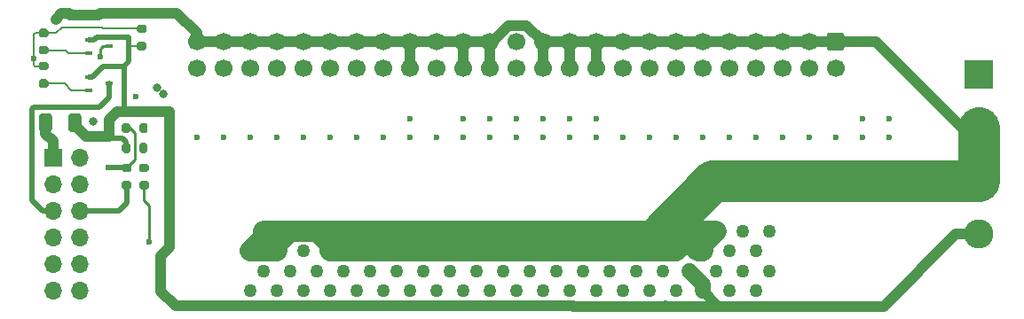
<source format=gbr>
%TF.GenerationSoftware,KiCad,Pcbnew,(5.1.7)-1*%
%TF.CreationDate,2021-02-10T19:53:02+00:00*%
%TF.ProjectId,SCSI to SCA MK5.1,53435349-2074-46f2-9053-4341204d4b35,rev?*%
%TF.SameCoordinates,Original*%
%TF.FileFunction,Copper,L4,Bot*%
%TF.FilePolarity,Positive*%
%FSLAX46Y46*%
G04 Gerber Fmt 4.6, Leading zero omitted, Abs format (unit mm)*
G04 Created by KiCad (PCBNEW (5.1.7)-1) date 2021-02-10 19:53:02*
%MOMM*%
%LPD*%
G01*
G04 APERTURE LIST*
%TA.AperFunction,SMDPad,CuDef*%
%ADD10R,0.700000X0.450000*%
%TD*%
%TA.AperFunction,ComponentPad*%
%ADD11O,1.700000X1.700000*%
%TD*%
%TA.AperFunction,ComponentPad*%
%ADD12R,1.700000X1.700000*%
%TD*%
%TA.AperFunction,ComponentPad*%
%ADD13C,1.700000*%
%TD*%
%TA.AperFunction,ComponentPad*%
%ADD14C,2.780000*%
%TD*%
%TA.AperFunction,ComponentPad*%
%ADD15R,2.780000X2.780000*%
%TD*%
%TA.AperFunction,ComponentPad*%
%ADD16C,1.270000*%
%TD*%
%TA.AperFunction,ViaPad*%
%ADD17C,0.800000*%
%TD*%
%TA.AperFunction,ViaPad*%
%ADD18C,0.600000*%
%TD*%
%TA.AperFunction,Conductor*%
%ADD19C,1.000000*%
%TD*%
%TA.AperFunction,Conductor*%
%ADD20C,2.000000*%
%TD*%
%TA.AperFunction,Conductor*%
%ADD21C,4.000000*%
%TD*%
%TA.AperFunction,Conductor*%
%ADD22C,0.250000*%
%TD*%
%TA.AperFunction,Conductor*%
%ADD23C,0.500000*%
%TD*%
%TA.AperFunction,Conductor*%
%ADD24C,1.500000*%
%TD*%
%TA.AperFunction,Conductor*%
%ADD25C,0.127000*%
%TD*%
G04 APERTURE END LIST*
D10*
%TO.P,Q2,3*%
%TO.N,/LED_T*%
X38036500Y-127825500D03*
%TO.P,Q2,2*%
%TO.N,+5V*%
X36036500Y-127175500D03*
%TO.P,Q2,1*%
%TO.N,Net-(Q2-Pad1)*%
X36036500Y-128475500D03*
%TD*%
%TO.P,Q1,3*%
%TO.N,Net-(D1-Pad2)*%
X38036500Y-124269500D03*
%TO.P,Q1,2*%
%TO.N,+5V*%
X36036500Y-123619500D03*
%TO.P,Q1,1*%
%TO.N,Net-(Q1-Pad1)*%
X36036500Y-124919500D03*
%TD*%
D11*
%TO.P,J2,12*%
%TO.N,GND*%
X35179000Y-147637500D03*
%TO.P,J2,11*%
%TO.N,/ID2*%
X32639000Y-147637500D03*
%TO.P,J2,10*%
%TO.N,GND*%
X35179000Y-145097500D03*
%TO.P,J2,9*%
%TO.N,/ID1*%
X32639000Y-145097500D03*
%TO.P,J2,8*%
%TO.N,GND*%
X35179000Y-142557500D03*
%TO.P,J2,7*%
%TO.N,/ID0*%
X32639000Y-142557500D03*
%TO.P,J2,6*%
%TO.N,Net-(J2-Pad6)*%
X35179000Y-140017500D03*
%TO.P,J2,5*%
%TO.N,/LED_T*%
X32639000Y-140017500D03*
%TO.P,J2,4*%
%TO.N,/TERMPWR_8BIT*%
X35179000Y-137477500D03*
%TO.P,J2,3*%
%TO.N,/TERMPWR_REG*%
X32639000Y-137477500D03*
%TO.P,J2,2*%
%TO.N,/TERMPWR*%
X35179000Y-134937500D03*
D12*
%TO.P,J2,1*%
%TO.N,Net-(F1-Pad2)*%
X32639000Y-134937500D03*
%TD*%
%TO.P,R34,2*%
%TO.N,+5V*%
%TA.AperFunction,SMDPad,CuDef*%
G36*
G01*
X40847600Y-123841560D02*
X41397600Y-123841560D01*
G75*
G02*
X41597600Y-124041560I0J-200000D01*
G01*
X41597600Y-124441560D01*
G75*
G02*
X41397600Y-124641560I-200000J0D01*
G01*
X40847600Y-124641560D01*
G75*
G02*
X40647600Y-124441560I0J200000D01*
G01*
X40647600Y-124041560D01*
G75*
G02*
X40847600Y-123841560I200000J0D01*
G01*
G37*
%TD.AperFunction*%
%TO.P,R34,1*%
%TO.N,/LED*%
%TA.AperFunction,SMDPad,CuDef*%
G36*
G01*
X40847600Y-122191560D02*
X41397600Y-122191560D01*
G75*
G02*
X41597600Y-122391560I0J-200000D01*
G01*
X41597600Y-122791560D01*
G75*
G02*
X41397600Y-122991560I-200000J0D01*
G01*
X40847600Y-122991560D01*
G75*
G02*
X40647600Y-122791560I0J200000D01*
G01*
X40647600Y-122391560D01*
G75*
G02*
X40847600Y-122191560I200000J0D01*
G01*
G37*
%TD.AperFunction*%
%TD*%
%TO.P,R33,2*%
%TO.N,Net-(D3-Pad2)*%
%TA.AperFunction,SMDPad,CuDef*%
G36*
G01*
X41613500Y-136290000D02*
X41063500Y-136290000D01*
G75*
G02*
X40863500Y-136090000I0J200000D01*
G01*
X40863500Y-135690000D01*
G75*
G02*
X41063500Y-135490000I200000J0D01*
G01*
X41613500Y-135490000D01*
G75*
G02*
X41813500Y-135690000I0J-200000D01*
G01*
X41813500Y-136090000D01*
G75*
G02*
X41613500Y-136290000I-200000J0D01*
G01*
G37*
%TD.AperFunction*%
%TO.P,R33,1*%
%TO.N,+12V*%
%TA.AperFunction,SMDPad,CuDef*%
G36*
G01*
X41613500Y-137940000D02*
X41063500Y-137940000D01*
G75*
G02*
X40863500Y-137740000I0J200000D01*
G01*
X40863500Y-137340000D01*
G75*
G02*
X41063500Y-137140000I200000J0D01*
G01*
X41613500Y-137140000D01*
G75*
G02*
X41813500Y-137340000I0J-200000D01*
G01*
X41813500Y-137740000D01*
G75*
G02*
X41613500Y-137940000I-200000J0D01*
G01*
G37*
%TD.AperFunction*%
%TD*%
%TO.P,R5,2*%
%TO.N,Net-(D2-Pad2)*%
%TA.AperFunction,SMDPad,CuDef*%
G36*
G01*
X40875000Y-134260000D02*
X40875000Y-133710000D01*
G75*
G02*
X41075000Y-133510000I200000J0D01*
G01*
X41475000Y-133510000D01*
G75*
G02*
X41675000Y-133710000I0J-200000D01*
G01*
X41675000Y-134260000D01*
G75*
G02*
X41475000Y-134460000I-200000J0D01*
G01*
X41075000Y-134460000D01*
G75*
G02*
X40875000Y-134260000I0J200000D01*
G01*
G37*
%TD.AperFunction*%
%TO.P,R5,1*%
%TO.N,+5V*%
%TA.AperFunction,SMDPad,CuDef*%
G36*
G01*
X39225000Y-134260000D02*
X39225000Y-133710000D01*
G75*
G02*
X39425000Y-133510000I200000J0D01*
G01*
X39825000Y-133510000D01*
G75*
G02*
X40025000Y-133710000I0J-200000D01*
G01*
X40025000Y-134260000D01*
G75*
G02*
X39825000Y-134460000I-200000J0D01*
G01*
X39425000Y-134460000D01*
G75*
G02*
X39225000Y-134260000I0J200000D01*
G01*
G37*
%TD.AperFunction*%
%TD*%
%TO.P,R4,2*%
%TO.N,Net-(D1-Pad1)*%
%TA.AperFunction,SMDPad,CuDef*%
G36*
G01*
X40875000Y-132355000D02*
X40875000Y-131805000D01*
G75*
G02*
X41075000Y-131605000I200000J0D01*
G01*
X41475000Y-131605000D01*
G75*
G02*
X41675000Y-131805000I0J-200000D01*
G01*
X41675000Y-132355000D01*
G75*
G02*
X41475000Y-132555000I-200000J0D01*
G01*
X41075000Y-132555000D01*
G75*
G02*
X40875000Y-132355000I0J200000D01*
G01*
G37*
%TD.AperFunction*%
%TO.P,R4,1*%
%TO.N,GND*%
%TA.AperFunction,SMDPad,CuDef*%
G36*
G01*
X39225000Y-132355000D02*
X39225000Y-131805000D01*
G75*
G02*
X39425000Y-131605000I200000J0D01*
G01*
X39825000Y-131605000D01*
G75*
G02*
X40025000Y-131805000I0J-200000D01*
G01*
X40025000Y-132355000D01*
G75*
G02*
X39825000Y-132555000I-200000J0D01*
G01*
X39425000Y-132555000D01*
G75*
G02*
X39225000Y-132355000I0J200000D01*
G01*
G37*
%TD.AperFunction*%
%TD*%
%TO.P,R3,2*%
%TO.N,/LED*%
%TA.AperFunction,SMDPad,CuDef*%
G36*
G01*
X32025000Y-123400500D02*
X31475000Y-123400500D01*
G75*
G02*
X31275000Y-123200500I0J200000D01*
G01*
X31275000Y-122800500D01*
G75*
G02*
X31475000Y-122600500I200000J0D01*
G01*
X32025000Y-122600500D01*
G75*
G02*
X32225000Y-122800500I0J-200000D01*
G01*
X32225000Y-123200500D01*
G75*
G02*
X32025000Y-123400500I-200000J0D01*
G01*
G37*
%TD.AperFunction*%
%TO.P,R3,1*%
%TO.N,Net-(Q1-Pad1)*%
%TA.AperFunction,SMDPad,CuDef*%
G36*
G01*
X32025000Y-125050500D02*
X31475000Y-125050500D01*
G75*
G02*
X31275000Y-124850500I0J200000D01*
G01*
X31275000Y-124450500D01*
G75*
G02*
X31475000Y-124250500I200000J0D01*
G01*
X32025000Y-124250500D01*
G75*
G02*
X32225000Y-124450500I0J-200000D01*
G01*
X32225000Y-124850500D01*
G75*
G02*
X32025000Y-125050500I-200000J0D01*
G01*
G37*
%TD.AperFunction*%
%TD*%
%TO.P,R2,2*%
%TO.N,/LED*%
%TA.AperFunction,SMDPad,CuDef*%
G36*
G01*
X32025000Y-126574500D02*
X31475000Y-126574500D01*
G75*
G02*
X31275000Y-126374500I0J200000D01*
G01*
X31275000Y-125974500D01*
G75*
G02*
X31475000Y-125774500I200000J0D01*
G01*
X32025000Y-125774500D01*
G75*
G02*
X32225000Y-125974500I0J-200000D01*
G01*
X32225000Y-126374500D01*
G75*
G02*
X32025000Y-126574500I-200000J0D01*
G01*
G37*
%TD.AperFunction*%
%TO.P,R2,1*%
%TO.N,Net-(Q2-Pad1)*%
%TA.AperFunction,SMDPad,CuDef*%
G36*
G01*
X32025000Y-128224500D02*
X31475000Y-128224500D01*
G75*
G02*
X31275000Y-128024500I0J200000D01*
G01*
X31275000Y-127624500D01*
G75*
G02*
X31475000Y-127424500I200000J0D01*
G01*
X32025000Y-127424500D01*
G75*
G02*
X32225000Y-127624500I0J-200000D01*
G01*
X32225000Y-128024500D01*
G75*
G02*
X32025000Y-128224500I-200000J0D01*
G01*
G37*
%TD.AperFunction*%
%TD*%
%TO.P,R1,2*%
%TO.N,GND*%
%TA.AperFunction,SMDPad,CuDef*%
G36*
G01*
X39962500Y-136291000D02*
X39412500Y-136291000D01*
G75*
G02*
X39212500Y-136091000I0J200000D01*
G01*
X39212500Y-135691000D01*
G75*
G02*
X39412500Y-135491000I200000J0D01*
G01*
X39962500Y-135491000D01*
G75*
G02*
X40162500Y-135691000I0J-200000D01*
G01*
X40162500Y-136091000D01*
G75*
G02*
X39962500Y-136291000I-200000J0D01*
G01*
G37*
%TD.AperFunction*%
%TO.P,R1,1*%
%TO.N,Net-(J2-Pad6)*%
%TA.AperFunction,SMDPad,CuDef*%
G36*
G01*
X39962500Y-137941000D02*
X39412500Y-137941000D01*
G75*
G02*
X39212500Y-137741000I0J200000D01*
G01*
X39212500Y-137341000D01*
G75*
G02*
X39412500Y-137141000I200000J0D01*
G01*
X39962500Y-137141000D01*
G75*
G02*
X40162500Y-137341000I0J-200000D01*
G01*
X40162500Y-137741000D01*
G75*
G02*
X39962500Y-137941000I-200000J0D01*
G01*
G37*
%TD.AperFunction*%
%TD*%
D13*
%TO.P,J4,50*%
%TO.N,/I-O*%
X46355000Y-126365000D03*
%TO.P,J4,48*%
%TO.N,/REQ*%
X48895000Y-126365000D03*
%TO.P,J4,46*%
%TO.N,/C-D*%
X51435000Y-126365000D03*
%TO.P,J4,44*%
%TO.N,/SEL*%
X53975000Y-126365000D03*
%TO.P,J4,42*%
%TO.N,/MSG*%
X56515000Y-126365000D03*
%TO.P,J4,40*%
%TO.N,/RST*%
X59055000Y-126365000D03*
%TO.P,J4,38*%
%TO.N,/ACK*%
X61595000Y-126365000D03*
%TO.P,J4,36*%
%TO.N,/BSY*%
X64135000Y-126365000D03*
%TO.P,J4,34*%
%TO.N,GND*%
X66675000Y-126365000D03*
%TO.P,J4,32*%
%TO.N,/ATN*%
X69215000Y-126365000D03*
%TO.P,J4,30*%
%TO.N,GND*%
X71755000Y-126365000D03*
%TO.P,J4,28*%
X74295000Y-126365000D03*
%TO.P,J4,26*%
%TO.N,Net-(J4-Pad26)*%
X76835000Y-126365000D03*
%TO.P,J4,24*%
%TO.N,GND*%
X79375000Y-126365000D03*
%TO.P,J4,22*%
X81915000Y-126365000D03*
%TO.P,J4,20*%
X84455000Y-126365000D03*
%TO.P,J4,18*%
%TO.N,/PARITY*%
X86995000Y-126365000D03*
%TO.P,J4,16*%
%TO.N,/DB7*%
X89535000Y-126365000D03*
%TO.P,J4,14*%
%TO.N,/DB6*%
X92075000Y-126365000D03*
%TO.P,J4,12*%
%TO.N,/DB5*%
X94615000Y-126365000D03*
%TO.P,J4,10*%
%TO.N,/DB4*%
X97155000Y-126365000D03*
%TO.P,J4,8*%
%TO.N,/DB3*%
X99695000Y-126365000D03*
%TO.P,J4,6*%
%TO.N,/DB2*%
X102235000Y-126365000D03*
%TO.P,J4,4*%
%TO.N,/DB1*%
X104775000Y-126365000D03*
%TO.P,J4,2*%
%TO.N,/DB0*%
X107315000Y-126365000D03*
%TO.P,J4,49*%
%TO.N,GND*%
X46355000Y-123825000D03*
%TO.P,J4,47*%
X48895000Y-123825000D03*
%TO.P,J4,45*%
X51435000Y-123825000D03*
%TO.P,J4,43*%
X53975000Y-123825000D03*
%TO.P,J4,41*%
X56515000Y-123825000D03*
%TO.P,J4,39*%
X59055000Y-123825000D03*
%TO.P,J4,37*%
X61595000Y-123825000D03*
%TO.P,J4,35*%
X64135000Y-123825000D03*
%TO.P,J4,33*%
X66675000Y-123825000D03*
%TO.P,J4,31*%
X69215000Y-123825000D03*
%TO.P,J4,29*%
X71755000Y-123825000D03*
%TO.P,J4,27*%
X74295000Y-123825000D03*
%TO.P,J4,25*%
%TO.N,Net-(J4-Pad25)*%
X76835000Y-123825000D03*
%TO.P,J4,23*%
%TO.N,GND*%
X79375000Y-123825000D03*
%TO.P,J4,21*%
X81915000Y-123825000D03*
%TO.P,J4,19*%
X84455000Y-123825000D03*
%TO.P,J4,17*%
X86995000Y-123825000D03*
%TO.P,J4,15*%
X89535000Y-123825000D03*
%TO.P,J4,13*%
X92075000Y-123825000D03*
%TO.P,J4,11*%
X94615000Y-123825000D03*
%TO.P,J4,9*%
X97155000Y-123825000D03*
%TO.P,J4,7*%
X99695000Y-123825000D03*
%TO.P,J4,5*%
X102235000Y-123825000D03*
%TO.P,J4,3*%
X104775000Y-123825000D03*
%TO.P,J4,1*%
%TA.AperFunction,ComponentPad*%
G36*
G01*
X106715000Y-122975000D02*
X107915000Y-122975000D01*
G75*
G02*
X108165000Y-123225000I0J-250000D01*
G01*
X108165000Y-124425000D01*
G75*
G02*
X107915000Y-124675000I-250000J0D01*
G01*
X106715000Y-124675000D01*
G75*
G02*
X106465000Y-124425000I0J250000D01*
G01*
X106465000Y-123225000D01*
G75*
G02*
X106715000Y-122975000I250000J0D01*
G01*
G37*
%TD.AperFunction*%
%TD*%
D14*
%TO.P,J3,4*%
%TO.N,+5V*%
X121000000Y-142240000D03*
%TO.P,J3,3*%
%TO.N,GND*%
X121000000Y-137160000D03*
%TO.P,J3,2*%
X121000000Y-132080000D03*
D15*
%TO.P,J3,1*%
%TO.N,+12V*%
X121000000Y-127000000D03*
%TD*%
%TO.P,F1,2*%
%TO.N,Net-(F1-Pad2)*%
%TA.AperFunction,SMDPad,CuDef*%
G36*
G01*
X32559500Y-130947000D02*
X32559500Y-132197000D01*
G75*
G02*
X32309500Y-132447000I-250000J0D01*
G01*
X31559500Y-132447000D01*
G75*
G02*
X31309500Y-132197000I0J250000D01*
G01*
X31309500Y-130947000D01*
G75*
G02*
X31559500Y-130697000I250000J0D01*
G01*
X32309500Y-130697000D01*
G75*
G02*
X32559500Y-130947000I0J-250000D01*
G01*
G37*
%TD.AperFunction*%
%TO.P,F1,1*%
%TO.N,+5V*%
%TA.AperFunction,SMDPad,CuDef*%
G36*
G01*
X35359500Y-130947000D02*
X35359500Y-132197000D01*
G75*
G02*
X35109500Y-132447000I-250000J0D01*
G01*
X34359500Y-132447000D01*
G75*
G02*
X34109500Y-132197000I0J250000D01*
G01*
X34109500Y-130947000D01*
G75*
G02*
X34359500Y-130697000I250000J0D01*
G01*
X35109500Y-130697000D01*
G75*
G02*
X35359500Y-130947000I0J-250000D01*
G01*
G37*
%TD.AperFunction*%
%TD*%
D16*
%TO.P,J1,41*%
%TO.N,GND*%
X51435000Y-143823000D03*
%TO.P,J1,42*%
X52705000Y-141913000D03*
%TO.P,J1,43*%
X53975000Y-143823000D03*
%TO.P,J1,44*%
X55245000Y-141913000D03*
%TO.P,J1,45*%
%TO.N,Net-(J1-Pad45)*%
X56515000Y-143823000D03*
%TO.P,J1,46*%
%TO.N,GND*%
X57785000Y-141913000D03*
%TO.P,J1,47*%
X59055000Y-143823000D03*
%TO.P,J1,48*%
X60325000Y-141913000D03*
%TO.P,J1,49*%
X61595000Y-143823000D03*
%TO.P,J1,50*%
X62865000Y-141913000D03*
%TO.P,J1,51*%
X64135000Y-143823000D03*
%TO.P,J1,52*%
X65405000Y-141913000D03*
%TO.P,J1,53*%
X66675000Y-143823000D03*
%TO.P,J1,54*%
X67945000Y-141913000D03*
%TO.P,J1,55*%
X69215000Y-143823000D03*
%TO.P,J1,56*%
X70485000Y-141913000D03*
%TO.P,J1,57*%
X71755000Y-143823000D03*
%TO.P,J1,58*%
X73025000Y-141913000D03*
%TO.P,J1,59*%
X74295000Y-143823000D03*
%TO.P,J1,60*%
X75565000Y-141913000D03*
%TO.P,J1,61*%
X76835000Y-143823000D03*
%TO.P,J1,62*%
X78105000Y-141913000D03*
%TO.P,J1,63*%
X79375000Y-143823000D03*
%TO.P,J1,64*%
X80645000Y-141913000D03*
%TO.P,J1,65*%
X81915000Y-143823000D03*
%TO.P,J1,66*%
X83185000Y-141913000D03*
%TO.P,J1,67*%
X84455000Y-143823000D03*
%TO.P,J1,68*%
X85725000Y-141913000D03*
%TO.P,J1,69*%
X86995000Y-143823000D03*
%TO.P,J1,70*%
X88265000Y-141913000D03*
%TO.P,J1,71*%
X89535000Y-143823000D03*
%TO.P,J1,72*%
X90805000Y-141913000D03*
%TO.P,J1,73*%
X92075000Y-143823000D03*
%TO.P,J1,74*%
X93345000Y-141913000D03*
%TO.P,J1,75*%
X94615000Y-143823000D03*
%TO.P,J1,76*%
X95885000Y-141913000D03*
%TO.P,J1,77*%
%TO.N,/LED*%
X97155000Y-143823000D03*
%TO.P,J1,78*%
%TO.N,Net-(J1-Pad78)*%
X98425000Y-141913000D03*
%TO.P,J1,79*%
%TO.N,/ID1*%
X99695000Y-143823000D03*
%TO.P,J1,80*%
%TO.N,Net-(J1-Pad80)*%
X100965000Y-141913000D03*
%TO.P,J1,1*%
%TO.N,+12V*%
X51435000Y-147643000D03*
%TO.P,J1,2*%
X52705000Y-145733000D03*
%TO.P,J1,3*%
X53975000Y-147643000D03*
%TO.P,J1,4*%
X55245000Y-145733000D03*
%TO.P,J1,5*%
%TO.N,Net-(J1-Pad5)*%
X56515000Y-147643000D03*
%TO.P,J1,6*%
%TO.N,Net-(J1-Pad6)*%
X57785000Y-145733000D03*
%TO.P,J1,7*%
%TO.N,/DB11*%
X59055000Y-147643000D03*
%TO.P,J1,8*%
%TO.N,/DB10*%
X60325000Y-145733000D03*
%TO.P,J1,9*%
%TO.N,/DB9*%
X61595000Y-147643000D03*
%TO.P,J1,10*%
%TO.N,/DB8*%
X62865000Y-145733000D03*
%TO.P,J1,11*%
%TO.N,/I-O*%
X64135000Y-147643000D03*
%TO.P,J1,12*%
%TO.N,/REQ*%
X65405000Y-145733000D03*
%TO.P,J1,13*%
%TO.N,/C-D*%
X66675000Y-147643000D03*
%TO.P,J1,14*%
%TO.N,/SEL*%
X67945000Y-145733000D03*
%TO.P,J1,15*%
%TO.N,/MSG*%
X69215000Y-147643000D03*
%TO.P,J1,16*%
%TO.N,/RST*%
X70485000Y-145733000D03*
%TO.P,J1,17*%
%TO.N,/ACK*%
X71755000Y-147643000D03*
%TO.P,J1,18*%
%TO.N,/BSY*%
X73025000Y-145733000D03*
%TO.P,J1,19*%
%TO.N,/ATN*%
X74295000Y-147643000D03*
%TO.P,J1,20*%
%TO.N,/PARITY*%
X75565000Y-145733000D03*
%TO.P,J1,21*%
%TO.N,/DB7*%
X76835000Y-147643000D03*
%TO.P,J1,22*%
%TO.N,/DB6*%
X78105000Y-145733000D03*
%TO.P,J1,23*%
%TO.N,/DB5*%
X79375000Y-147643000D03*
%TO.P,J1,24*%
%TO.N,/DB4*%
X80645000Y-145733000D03*
%TO.P,J1,25*%
%TO.N,/DB3*%
X81915000Y-147643000D03*
%TO.P,J1,26*%
%TO.N,/DB2*%
X83185000Y-145733000D03*
%TO.P,J1,27*%
%TO.N,/DB1*%
X84455000Y-147643000D03*
%TO.P,J1,28*%
%TO.N,/DB0*%
X85725000Y-145733000D03*
%TO.P,J1,29*%
%TO.N,/DBP1*%
X86995000Y-147643000D03*
%TO.P,J1,30*%
%TO.N,/DB15*%
X88265000Y-145733000D03*
%TO.P,J1,31*%
%TO.N,/DB14*%
X89535000Y-147643000D03*
%TO.P,J1,32*%
%TO.N,/DB13*%
X90805000Y-145733000D03*
%TO.P,J1,33*%
%TO.N,/DB12*%
X92075000Y-147643000D03*
%TO.P,J1,34*%
%TO.N,+5V*%
X93345000Y-145733000D03*
%TO.P,J1,35*%
X94615000Y-147643000D03*
%TO.P,J1,36*%
%TO.N,Net-(J1-Pad36)*%
X95885000Y-145733000D03*
%TO.P,J1,37*%
%TO.N,Net-(J1-Pad37)*%
X97155000Y-147643000D03*
%TO.P,J1,38*%
%TO.N,Net-(J1-Pad38)*%
X98425000Y-145733000D03*
%TO.P,J1,39*%
%TO.N,/ID0*%
X99695000Y-147643000D03*
%TO.P,J1,40*%
%TO.N,/ID2*%
X100965000Y-145733000D03*
%TD*%
D17*
%TO.N,GND*%
X36512500Y-131445000D03*
X32893000Y-121729500D03*
X34295000Y-121285000D03*
D18*
X37958760Y-135891000D03*
%TO.N,/TERMPWR_REG*%
X66673100Y-131167500D03*
X71753100Y-131167500D03*
X74293100Y-131167500D03*
X76833100Y-131167500D03*
X79373100Y-131167500D03*
X81913100Y-131167500D03*
X84453100Y-131167500D03*
X109853100Y-131167500D03*
X112395000Y-131165600D03*
D17*
X42561510Y-128223010D03*
X43159680Y-128833880D03*
D18*
%TO.N,Net-(D1-Pad2)*%
X40576500Y-129095500D03*
X37124640Y-125308360D03*
%TO.N,Net-(D1-Pad1)*%
X41275000Y-132080000D03*
%TO.N,Net-(D2-Pad2)*%
X41275000Y-133985000D03*
%TO.N,/LED*%
X30797500Y-125412500D03*
%TO.N,+12V*%
X41846500Y-143002000D03*
%TO.N,/DB11*%
X66675000Y-132969000D03*
%TO.N,/DB10*%
X71755000Y-132969000D03*
%TO.N,/DB9*%
X74295000Y-132969000D03*
%TO.N,/DB8*%
X76835000Y-132969000D03*
%TO.N,/I-O*%
X46355000Y-132969000D03*
%TO.N,/REQ*%
X48895000Y-132969000D03*
%TO.N,/C-D*%
X51435000Y-132969000D03*
%TO.N,/SEL*%
X53975000Y-132969000D03*
%TO.N,/MSG*%
X56515000Y-132969000D03*
%TO.N,/RST*%
X59055000Y-132969000D03*
%TO.N,/ACK*%
X61595000Y-132969000D03*
%TO.N,/BSY*%
X64135000Y-132969000D03*
%TO.N,/ATN*%
X69215000Y-132969000D03*
%TO.N,/PARITY*%
X86995000Y-132969000D03*
%TO.N,/DB7*%
X89535000Y-132969000D03*
%TO.N,/DB6*%
X92075000Y-132969000D03*
%TO.N,/DB5*%
X94615000Y-132969000D03*
%TO.N,/DB4*%
X97155000Y-132969000D03*
%TO.N,/DB3*%
X99695000Y-132969000D03*
%TO.N,/DB2*%
X102235000Y-132969000D03*
%TO.N,/DB1*%
X104775000Y-132969000D03*
%TO.N,/DB0*%
X107315000Y-132969000D03*
%TO.N,/DBP1*%
X79375000Y-132969000D03*
%TO.N,/DB15*%
X81915000Y-132969000D03*
%TO.N,/DB14*%
X84455000Y-132969000D03*
%TO.N,/DB13*%
X109855000Y-132969000D03*
%TO.N,/DB12*%
X112395000Y-132969000D03*
%TO.N,Net-(D3-Pad2)*%
X41338500Y-135890000D03*
%TD*%
D19*
%TO.N,GND*%
X33017500Y-121605000D02*
X32893000Y-121729500D01*
D20*
X94615000Y-143183000D02*
X94615000Y-143823000D01*
X95885000Y-141913000D02*
X94615000Y-143183000D01*
X94615000Y-143183000D02*
X93345000Y-141913000D01*
X93345000Y-142553000D02*
X92075000Y-143823000D01*
X93345000Y-141913000D02*
X93345000Y-142553000D01*
X92075000Y-143183000D02*
X90805000Y-141913000D01*
X92075000Y-143823000D02*
X92075000Y-143183000D01*
X90805000Y-142553000D02*
X89535000Y-143823000D01*
X90805000Y-141913000D02*
X90805000Y-142553000D01*
X89535000Y-143183000D02*
X88265000Y-141913000D01*
X89535000Y-143823000D02*
X89535000Y-143183000D01*
X88265000Y-142553000D02*
X86995000Y-143823000D01*
X88265000Y-141913000D02*
X88265000Y-142553000D01*
X86995000Y-143183000D02*
X85725000Y-141913000D01*
X86995000Y-143823000D02*
X86995000Y-143183000D01*
X85725000Y-142553000D02*
X84455000Y-143823000D01*
X85725000Y-141913000D02*
X85725000Y-142553000D01*
X84455000Y-143183000D02*
X83185000Y-141913000D01*
X84455000Y-143823000D02*
X84455000Y-143183000D01*
X83185000Y-142553000D02*
X81915000Y-143823000D01*
X83185000Y-141913000D02*
X83185000Y-142553000D01*
X81915000Y-143183000D02*
X80645000Y-141913000D01*
X81915000Y-143823000D02*
X81915000Y-143183000D01*
X52705000Y-141913000D02*
X60325000Y-141913000D01*
X60325000Y-141913000D02*
X95885000Y-141913000D01*
X51435000Y-143823000D02*
X53975000Y-143823000D01*
X53975000Y-143183000D02*
X55245000Y-141913000D01*
X53975000Y-143823000D02*
X53975000Y-143183000D01*
X59055000Y-143183000D02*
X57785000Y-141913000D01*
X59055000Y-143823000D02*
X59055000Y-143183000D01*
X92075000Y-143823000D02*
X59055000Y-143823000D01*
X92709999Y-143188001D02*
X92075000Y-143823000D01*
X93557731Y-143188001D02*
X92709999Y-143188001D01*
X94192730Y-143823000D02*
X93557731Y-143188001D01*
X94615000Y-143823000D02*
X94192730Y-143823000D01*
D19*
X107315000Y-123825000D02*
X111125000Y-123825000D01*
X119380000Y-132080000D02*
X121000000Y-132080000D01*
X111125000Y-123825000D02*
X119380000Y-132080000D01*
X107315000Y-123825000D02*
X79375000Y-123825000D01*
X77824999Y-122274999D02*
X79375000Y-123825000D01*
X76090999Y-122274999D02*
X77824999Y-122274999D01*
X74540998Y-123825000D02*
X76090999Y-122274999D01*
X74295000Y-123825000D02*
X74540998Y-123825000D01*
X74295000Y-123825000D02*
X46355000Y-123825000D01*
X66675000Y-126365000D02*
X66675000Y-123825000D01*
X71755000Y-126365000D02*
X71755000Y-123825000D01*
X74295000Y-126365000D02*
X74295000Y-123825000D01*
X79375000Y-126365000D02*
X79375000Y-123825000D01*
X81915000Y-126365000D02*
X81915000Y-123825000D01*
X84455000Y-126365000D02*
X84455000Y-123825000D01*
D21*
X121000000Y-132080000D02*
X121000000Y-137160000D01*
X95558000Y-137160000D02*
X90805000Y-141913000D01*
X121000000Y-137160000D02*
X95558000Y-137160000D01*
D19*
X32893000Y-121729500D02*
X33464500Y-121158000D01*
X34168000Y-121158000D02*
X34295000Y-121285000D01*
X33464500Y-121158000D02*
X34168000Y-121158000D01*
D22*
X39625000Y-132080000D02*
X39941500Y-132080000D01*
X39941500Y-132080000D02*
X40449500Y-132588000D01*
X40449500Y-135129000D02*
X39687500Y-135891000D01*
X40449500Y-132588000D02*
X40449500Y-135129000D01*
D20*
X52705000Y-142553000D02*
X51435000Y-143823000D01*
X52705000Y-141913000D02*
X52705000Y-142553000D01*
D19*
X46355000Y-122999500D02*
X46355000Y-123825000D01*
X44450000Y-121094500D02*
X46355000Y-122999500D01*
X37147500Y-121094500D02*
X44450000Y-121094500D01*
X36957000Y-121285000D02*
X37147500Y-121094500D01*
X34295000Y-121285000D02*
X36957000Y-121285000D01*
D23*
X39687500Y-135891000D02*
X39051500Y-135891000D01*
X39051500Y-135891000D02*
X37958760Y-135891000D01*
X37958760Y-135891000D02*
X37958760Y-135891000D01*
D22*
%TO.N,Net-(D1-Pad2)*%
X38036500Y-124269500D02*
X37381180Y-124269500D01*
X37381180Y-124269500D02*
X37124640Y-124526040D01*
X37124640Y-124526040D02*
X37124640Y-125308360D01*
X37124640Y-125308360D02*
X37124640Y-125308360D01*
D19*
%TO.N,Net-(F1-Pad2)*%
X31934500Y-131572000D02*
X31934500Y-132645500D01*
X32639000Y-133350000D02*
X32639000Y-134937500D01*
X31934500Y-132645500D02*
X32639000Y-133350000D01*
D23*
%TO.N,+5V*%
X39687500Y-134047500D02*
X39625000Y-133985000D01*
D24*
X94615000Y-147643000D02*
X94615000Y-147002500D01*
X94614500Y-147002500D02*
X94615000Y-147002500D01*
X93345000Y-145733000D02*
X94614500Y-147002500D01*
D19*
X96075001Y-149103001D02*
X111945499Y-149103001D01*
X94615000Y-147643000D02*
X96075001Y-149103001D01*
X118808500Y-142240000D02*
X121000000Y-142240000D01*
X111945499Y-149103001D02*
X118808500Y-142240000D01*
X91117499Y-149103001D02*
X91112498Y-149098000D01*
X96075001Y-149103001D02*
X91117499Y-149103001D01*
D23*
X37401500Y-126174500D02*
X39433500Y-126174500D01*
X39433500Y-126174500D02*
X39878000Y-125730000D01*
X39433500Y-130365500D02*
X39306500Y-130492500D01*
X39433500Y-126174500D02*
X39433500Y-130365500D01*
D19*
X38798500Y-130492500D02*
X39306500Y-130492500D01*
X38036500Y-131254500D02*
X38798500Y-130492500D01*
X38036500Y-132842000D02*
X38036500Y-131254500D01*
X37973000Y-132905500D02*
X38036500Y-132842000D01*
X35814000Y-132905500D02*
X37973000Y-132905500D01*
X34734500Y-131826000D02*
X35814000Y-132905500D01*
X34734500Y-131572000D02*
X34734500Y-131826000D01*
D23*
X39625000Y-133985000D02*
X39625000Y-133414500D01*
X39625000Y-133414500D02*
X39306500Y-133096000D01*
X38163500Y-133096000D02*
X37973000Y-132905500D01*
X39306500Y-133096000D02*
X38163500Y-133096000D01*
D19*
X82301001Y-149103001D02*
X91117499Y-149103001D01*
X82296000Y-149098000D02*
X82301001Y-149103001D01*
X44323000Y-149098000D02*
X82296000Y-149098000D01*
X42926000Y-147701000D02*
X44323000Y-149098000D01*
X43751500Y-143510000D02*
X42926000Y-144335500D01*
X42926000Y-144335500D02*
X42926000Y-147701000D01*
X43751500Y-130492500D02*
X43751500Y-143510000D01*
X39306500Y-130492500D02*
X43751500Y-130492500D01*
D25*
X40111680Y-124241560D02*
X39878000Y-124475240D01*
X41122600Y-124241560D02*
X40111680Y-124241560D01*
D23*
X39878000Y-124475240D02*
X39878000Y-123380500D01*
X39878000Y-125730000D02*
X39878000Y-124475240D01*
X36400500Y-127175500D02*
X37401500Y-126174500D01*
X36036500Y-127175500D02*
X36400500Y-127175500D01*
X36036500Y-123619500D02*
X36603700Y-123619500D01*
X36842700Y-123380500D02*
X39878000Y-123380500D01*
X36603700Y-123619500D02*
X36842700Y-123380500D01*
D25*
%TO.N,/LED*%
X30987000Y-123000500D02*
X31750000Y-123000500D01*
X30797500Y-123190000D02*
X30987000Y-123000500D01*
X30797500Y-125412500D02*
X30797500Y-123190000D01*
X30797500Y-125412500D02*
X30797500Y-126047500D01*
X30924500Y-126174500D02*
X31750000Y-126174500D01*
X30797500Y-126047500D02*
X30924500Y-126174500D01*
X32945340Y-123000500D02*
X31750000Y-123000500D01*
X33482280Y-122463560D02*
X32945340Y-123000500D01*
X37307520Y-122463560D02*
X33482280Y-122463560D01*
X37435520Y-122591560D02*
X37307520Y-122463560D01*
X41122600Y-122591560D02*
X37435520Y-122591560D01*
D22*
%TO.N,+12V*%
X41846500Y-143002000D02*
X41846500Y-139509500D01*
X41338500Y-139001500D02*
X41338500Y-137540000D01*
X41846500Y-139509500D02*
X41338500Y-139001500D01*
D23*
%TO.N,/LED_T*%
X38036500Y-129159000D02*
X38036500Y-127825500D01*
X37091620Y-130103880D02*
X38036500Y-129159000D01*
X30850840Y-130103880D02*
X37091620Y-130103880D01*
X30652720Y-130302000D02*
X30850840Y-130103880D01*
X31676340Y-140017500D02*
X30652720Y-138993880D01*
X30652720Y-138993880D02*
X30652720Y-130302000D01*
X32639000Y-140017500D02*
X31676340Y-140017500D01*
D25*
%TO.N,Net-(Q1-Pad1)*%
X34144980Y-124919500D02*
X36036500Y-124919500D01*
X33875980Y-124650500D02*
X34144980Y-124919500D01*
X31750000Y-124650500D02*
X33875980Y-124650500D01*
%TO.N,Net-(Q2-Pad1)*%
X34389300Y-128475500D02*
X36036500Y-128475500D01*
X33732740Y-127824500D02*
X34386520Y-128478280D01*
X34386520Y-128478280D02*
X34389300Y-128475500D01*
X31750000Y-127824500D02*
X33732740Y-127824500D01*
D23*
%TO.N,Net-(J2-Pad6)*%
X38925500Y-140017500D02*
X35179000Y-140017500D01*
X39687500Y-139255500D02*
X38925500Y-140017500D01*
X39687500Y-137541000D02*
X39687500Y-139255500D01*
%TD*%
M02*

</source>
